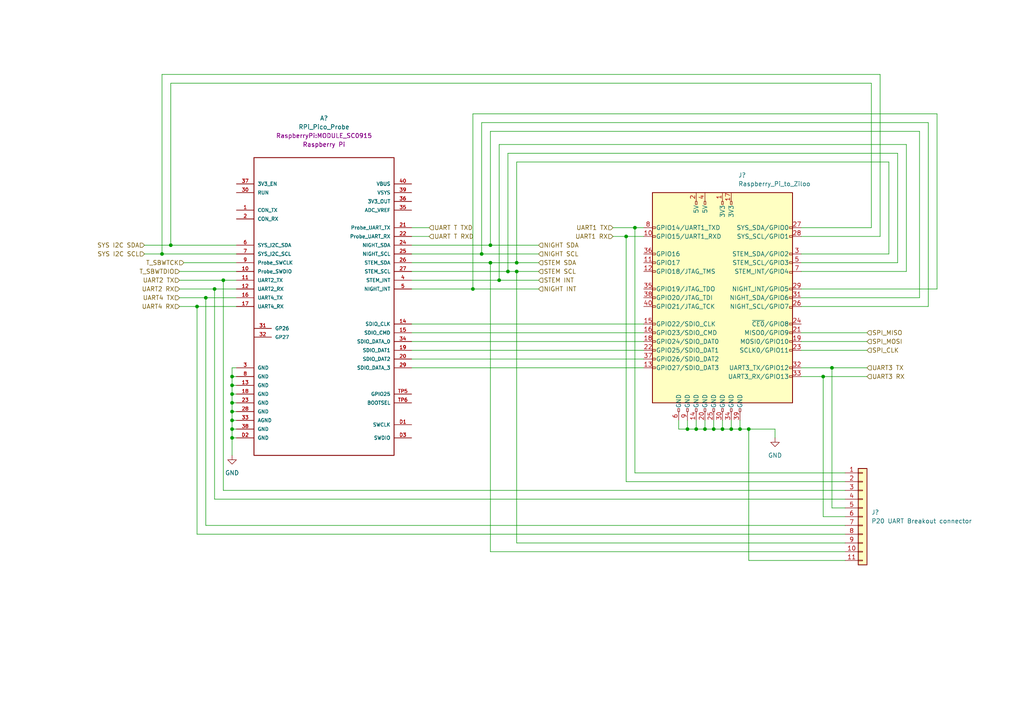
<source format=kicad_sch>
(kicad_sch (version 20211123) (generator eeschema)
  (paper "A4")
  (title_block (title "Programmer and Probe"))
  (lib_symbols
    (symbol "Connector:Raspberry_Pi_to_Ziloo" (pin_names (offset 1.016))
      (property "Reference" "J" (at -17.78 31.75 0))
      (property "Value" "Raspberry_Pi_to_Ziloo" (at 10.16 -31.75 0))
      (symbol "Raspberry_Pi_to_Ziloo_0_1"
        (rectangle (start -17.78 33.02) (end 22.86 -27.94) (stroke (width 0.254)) (fill (type background)))
      )
      (symbol "Raspberry_Pi_to_Ziloo_1_1"
        (rectangle (start -16.891 -17.526) (end -17.78 -18.034))
        (rectangle (start -16.891 -14.986) (end -17.78 -15.494))
        (rectangle (start -16.891 -12.446) (end -17.78 -12.954))
        (rectangle (start -16.891 -9.906) (end -17.78 -10.414))
        (rectangle (start -16.891 -7.366) (end -17.78 -7.874))
        (rectangle (start -16.891 -4.826) (end -17.78 -5.334))
        (rectangle (start -16.891 0.254) (end -17.78 -0.254))
        (rectangle (start -16.891 2.794) (end -17.78 2.286))
        (rectangle (start -16.891 5.334) (end -17.78 4.826))
        (rectangle (start -16.891 10.414) (end -17.78 9.906))
        (rectangle (start -16.891 12.954) (end -17.78 12.446))
        (rectangle (start -16.891 15.494) (end -17.78 14.986))
        (rectangle (start -16.891 20.574) (end -17.78 20.066))
        (rectangle (start -16.891 23.114) (end -17.78 22.606))
        (rectangle (start -10.414 -29.591) (end -9.906 -30.48))
        (rectangle (start -7.874 -29.591) (end -7.366 -30.48))
        (rectangle (start -5.334 -29.591) (end -4.826 -30.48))
        (rectangle (start -5.334 30.48) (end -4.826 29.591))
        (rectangle (start -2.794 -29.591) (end -2.286 -30.48))
        (rectangle (start -2.794 30.48) (end -2.286 29.591))
        (rectangle (start -0.254 -29.591) (end 0.254 -30.48))
        (rectangle (start 2.286 -29.591) (end 2.794 -30.48))
        (rectangle (start 2.286 30.48) (end 2.794 29.591))
        (rectangle (start 4.826 -29.591) (end 5.334 -30.48))
        (rectangle (start 4.826 30.48) (end 5.334 29.591))
        (rectangle (start 7.366 -29.591) (end 7.874 -30.48))
        (rectangle (start 22.86 -20.066) (end 21.971 -20.574))
        (rectangle (start 22.86 -17.526) (end 21.971 -18.034))
        (rectangle (start 22.86 -12.446) (end 21.971 -12.954))
        (rectangle (start 22.86 -9.906) (end 21.971 -10.414))
        (rectangle (start 22.86 -7.366) (end 21.971 -7.874))
        (rectangle (start 22.86 -4.826) (end 21.971 -5.334))
        (rectangle (start 22.86 0) (end 21.971 -0.508))
        (rectangle (start 22.86 2.794) (end 21.971 2.286))
        (rectangle (start 22.86 5.334) (end 21.971 4.826))
        (rectangle (start 22.86 10.16) (end 21.971 9.652))
        (rectangle (start 22.86 12.954) (end 21.971 12.446))
        (rectangle (start 22.86 15.494) (end 21.971 14.986))
        (rectangle (start 22.86 20.574) (end 21.971 20.066))
        (rectangle (start 22.86 23.114) (end 21.971 22.606))
        (pin power_in line (at 2.54 33.02 270) (length 2.54) (name "3V3") (number "1"))
        (pin bidirectional line (at -20.32 20.32 0) (length 2.54) (name "GPIO15/UART1_RXD") (number "10"))
        (pin bidirectional line (at -20.32 12.7 0) (length 2.54) (name "GPIO17") (number "11"))
        (pin bidirectional line (at -20.32 10.16 0) (length 2.54) (name "GPIO18/JTAG_TMS") (number "12"))
        (pin bidirectional line (at -20.32 -17.78 0) (length 2.54) (name "GPIO27/SDIO_DAT3") (number "13"))
        (pin power_in line (at -5.08 -33.02 90) (length 2.54) (name "GND") (number "14"))
        (pin bidirectional line (at -20.32 -5.08 0) (length 2.54) (name "GPIO22/SDIO_CLK") (number "15"))
        (pin bidirectional line (at -20.32 -7.62 0) (length 2.54) (name "GPIO23/SDIO_CMD") (number "16"))
        (pin power_in line (at 5.08 33.02 270) (length 2.54) (name "3V3") (number "17"))
        (pin bidirectional line (at -20.32 -10.16 0) (length 2.54) (name "GPIO24/SDIO_DAT0") (number "18"))
        (pin bidirectional line (at 25.4 -10.16 180) (length 2.54) (name "MOSI0/GPIO10") (number "19"))
        (pin power_in line (at -5.08 33.02 270) (length 2.54) (name "5V") (number "2"))
        (pin power_in line (at -2.54 -33.02 90) (length 2.54) (name "GND") (number "20"))
        (pin bidirectional line (at 25.4 -7.62 180) (length 2.54) (name "MISO0/GPIO9") (number "21"))
        (pin bidirectional line (at -20.32 -12.7 0) (length 2.54) (name "GPIO25/SDIO_DAT1") (number "22"))
        (pin bidirectional line (at 25.4 -12.7 180) (length 2.54) (name "SCLK0/GPIO11") (number "23"))
        (pin bidirectional line (at 25.4 -5.08 180) (length 2.54) (name "~{CE0}/GPIO8") (number "24"))
        (pin power_in line (at 0 -33.02 90) (length 2.54) (name "GND") (number "25"))
        (pin bidirectional line (at 25.4 0 180) (length 2.54) (name "NIGHT_SCL/GPIO7") (number "26"))
        (pin bidirectional line (at 25.4 22.86 180) (length 2.54) (name "SYS_SDA/GPIO0") (number "27"))
        (pin bidirectional line (at 25.4 20.32 180) (length 2.54) (name "SYS_SCL/GPIO1") (number "28"))
        (pin bidirectional line (at 25.4 5.08 180) (length 2.54) (name "NIGHT_INT/GPIO5") (number "29"))
        (pin bidirectional line (at 25.4 15.24 180) (length 2.54) (name "STEM_SDA/GPIO2") (number "3"))
        (pin power_in line (at 2.54 -33.02 90) (length 2.54) (name "GND") (number "30"))
        (pin bidirectional line (at 25.4 2.54 180) (length 2.54) (name "NIGHT_SDA/GPIO6") (number "31"))
        (pin bidirectional line (at 25.4 -17.78 180) (length 2.54) (name "UART3_TX/GPIO12") (number "32"))
        (pin bidirectional line (at 25.4 -20.32 180) (length 2.54) (name "UART3_RX/GPIO13") (number "33"))
        (pin power_in line (at 5.08 -33.02 90) (length 2.54) (name "GND") (number "34"))
        (pin bidirectional line (at -20.32 5.08 0) (length 2.54) (name "GPIO19/JTAG_TDO") (number "35"))
        (pin bidirectional line (at -20.32 15.24 0) (length 2.54) (name "GPIO16") (number "36"))
        (pin bidirectional line (at -20.32 -15.24 0) (length 2.54) (name "GPIO26/SDIO_DAT2") (number "37"))
        (pin bidirectional line (at -20.32 2.54 0) (length 2.54) (name "GPIO20/JTAG_TDI") (number "38"))
        (pin power_in line (at 7.62 -33.02 90) (length 2.54) (name "GND") (number "39"))
        (pin power_in line (at -2.54 33.02 270) (length 2.54) (name "5V") (number "4"))
        (pin bidirectional line (at -20.32 0 0) (length 2.54) (name "GPIO21/JTAG_TCK") (number "40"))
        (pin bidirectional line (at 25.4 12.7 180) (length 2.54) (name "STEM_SCL/GPIO3") (number "5"))
        (pin power_in line (at -10.16 -33.02 90) (length 2.54) (name "GND") (number "6"))
        (pin bidirectional line (at 25.4 10.16 180) (length 2.54) (name "STEM_INT/GPIO4") (number "7"))
        (pin bidirectional line (at -20.32 22.86 0) (length 2.54) (name "GPIO14/UART1_TXD") (number "8"))
        (pin power_in line (at -7.62 -33.02 90) (length 2.54) (name "GND") (number "9"))
      )
    )
    (symbol "Connector_Generic:Conn_01x11" (pin_names (offset 1.016) hide)
      (property "Reference" "J" (at 0 15.24 0))
      (property "Value" "Conn_01x11" (at 0 -15.24 0))
      (symbol "Conn_01x11_1_1"
        (rectangle (start -1.27 -12.573) (end 0 -12.827) (stroke (width 0.1524)))
        (rectangle (start -1.27 -10.033) (end 0 -10.287) (stroke (width 0.1524)))
        (rectangle (start -1.27 -7.493) (end 0 -7.747) (stroke (width 0.1524)))
        (rectangle (start -1.27 -4.953) (end 0 -5.207) (stroke (width 0.1524)))
        (rectangle (start -1.27 -2.413) (end 0 -2.667) (stroke (width 0.1524)))
        (rectangle (start -1.27 0.127) (end 0 -0.127) (stroke (width 0.1524)))
        (rectangle (start -1.27 2.667) (end 0 2.413) (stroke (width 0.1524)))
        (rectangle (start -1.27 5.207) (end 0 4.953) (stroke (width 0.1524)))
        (rectangle (start -1.27 7.747) (end 0 7.493) (stroke (width 0.1524)))
        (rectangle (start -1.27 10.287) (end 0 10.033) (stroke (width 0.1524)))
        (rectangle (start -1.27 12.827) (end 0 12.573) (stroke (width 0.1524)))
        (rectangle (start -1.27 13.97) (end 1.27 -13.97) (stroke (width 0.254)) (fill (type background)))
        (pin passive line (at -5.08 12.7 0) (length 3.81) (name "Pin_1") (number "1"))
        (pin passive line (at -5.08 -10.16 0) (length 3.81) (name "Pin_10") (number "10"))
        (pin passive line (at -5.08 -12.7 0) (length 3.81) (name "Pin_11") (number "11"))
        (pin passive line (at -5.08 10.16 0) (length 3.81) (name "Pin_2") (number "2"))
        (pin passive line (at -5.08 7.62 0) (length 3.81) (name "Pin_3") (number "3"))
        (pin passive line (at -5.08 5.08 0) (length 3.81) (name "Pin_4") (number "4"))
        (pin passive line (at -5.08 2.54 0) (length 3.81) (name "Pin_5") (number "5"))
        (pin passive line (at -5.08 0 0) (length 3.81) (name "Pin_6") (number "6"))
        (pin passive line (at -5.08 -2.54 0) (length 3.81) (name "Pin_7") (number "7"))
        (pin passive line (at -5.08 -5.08 0) (length 3.81) (name "Pin_8") (number "8"))
        (pin passive line (at -5.08 -7.62 0) (length 3.81) (name "Pin_9") (number "9"))
      )
    )
    (symbol "RPi Pico:RPi_Pico_Probe" (pin_names (offset 1.016))
      (property "Reference" "A1" (at 0 50.8 0))
      (property "Value" "RPi_Pico_Probe" (at 0 48.26 0))
      (property "Footprint" "RaspberryPi:MODULE_SC0915" (at -12.7 -46.99 0))
      (property "manufacturer" "Raspberry Pi" (at 0 45.72 0))
      (symbol "RPi_Pico_Probe_0_0"
        (rectangle (start -20.32 -44.45) (end 20.32 41.91) (stroke (width 0.254)))
        (pin bidirectional line (at -25.4 26.67 0) (length 5.08) (name "CON_TX") (number "1"))
        (pin bidirectional line (at -25.4 8.89 0) (length 5.08) (name "Probe_SWDIO") (number "10"))
        (pin bidirectional line (at -25.4 6.35 0) (length 5.08) (name "UART2_TX") (number "11"))
        (pin bidirectional line (at -25.4 3.81 0) (length 5.08) (name "UART2_RX") (number "12"))
        (pin power_in line (at -25.4 -24.13 0) (length 5.08) (name "GND") (number "13"))
        (pin bidirectional line (at 25.4 -6.35 180) (length 5.08) (name "SDIO_CLK") (number "14"))
        (pin bidirectional line (at 25.4 -8.89 180) (length 5.08) (name "SDIO_CMD") (number "15"))
        (pin bidirectional line (at -25.4 1.27 0) (length 5.08) (name "UART4_TX") (number "16"))
        (pin bidirectional line (at -25.4 -1.27 0) (length 5.08) (name "UART4_RX") (number "17"))
        (pin power_in line (at -25.4 -26.67 0) (length 5.08) (name "GND") (number "18"))
        (pin bidirectional line (at 25.4 -13.97 180) (length 5.08) (name "SDIO_DAT1") (number "19"))
        (pin bidirectional line (at -25.4 24.13 0) (length 5.08) (name "CON_RX") (number "2"))
        (pin bidirectional line (at 25.4 -16.51 180) (length 5.08) (name "SDIO_DAT2") (number "20"))
        (pin bidirectional line (at 25.4 21.59 180) (length 5.08) (name "Probe_UART_TX") (number "21"))
        (pin bidirectional line (at 25.4 19.05 180) (length 5.08) (name "Probe_UART_RX") (number "22"))
        (pin power_in line (at -25.4 -29.21 0) (length 5.08) (name "GND") (number "23"))
        (pin bidirectional line (at 25.4 16.51 180) (length 5.08) (name "NIGHT_SDA") (number "24"))
        (pin bidirectional line (at 25.4 13.97 180) (length 5.08) (name "NIGHT_SCL") (number "25"))
        (pin bidirectional line (at 25.4 11.43 180) (length 5.08) (name "STEM_SDA") (number "26"))
        (pin bidirectional line (at 25.4 8.89 180) (length 5.08) (name "STEM_SCL") (number "27"))
        (pin power_in line (at -25.4 -31.75 0) (length 5.08) (name "GND") (number "28"))
        (pin bidirectional line (at 25.4 -19.05 180) (length 5.08) (name "SDIO_DATA_3") (number "29"))
        (pin power_in line (at -25.4 -19.05 0) (length 5.08) (name "GND") (number "3"))
        (pin input line (at -25.4 31.75 0) (length 5.08) (name "RUN") (number "30"))
        (pin bidirectional line (at -20.32 -7.62 0) (length 5.08) (name "GP26") (number "31"))
        (pin bidirectional line (at -20.32 -10.16 0) (length 5.08) (name "GP27") (number "32"))
        (pin power_in line (at -25.4 -34.29 0) (length 5.08) (name "AGND") (number "33"))
        (pin bidirectional line (at 25.4 -11.43 180) (length 5.08) (name "SDIO_DATA_0") (number "34"))
        (pin power_in line (at 25.4 26.67 180) (length 5.08) (name "ADC_VREF") (number "35"))
        (pin power_in line (at 25.4 29.21 180) (length 5.08) (name "3V3_OUT") (number "36"))
        (pin input line (at -25.4 34.29 0) (length 5.08) (name "3V3_EN") (number "37"))
        (pin power_in line (at -25.4 -36.83 0) (length 5.08) (name "GND") (number "38"))
        (pin free line (at 25.4 31.75 180) (length 5.08) (name "VSYS") (number "39"))
        (pin bidirectional line (at 25.4 6.35 180) (length 5.08) (name "STEM_INT") (number "4"))
        (pin free line (at 25.4 34.29 180) (length 5.08) (name "VBUS") (number "40"))
        (pin bidirectional line (at 25.4 3.81 180) (length 5.08) (name "NIGHT_INT") (number "5"))
        (pin bidirectional line (at -25.4 16.51 0) (length 5.08) (name "SYS_I2C_SDA") (number "6"))
        (pin bidirectional line (at -25.4 13.97 0) (length 5.08) (name "SYS_I2C_SCL") (number "7"))
        (pin power_in line (at -25.4 -21.59 0) (length 5.08) (name "GND") (number "8"))
        (pin bidirectional line (at -25.4 11.43 0) (length 5.08) (name "Probe_SWCLK") (number "9"))
        (pin bidirectional line (at 25.4 -35.56 180) (length 5.08) (name "SWCLK") (number "D1"))
        (pin power_in line (at -25.4 -39.37 0) (length 5.08) (name "GND") (number "D2"))
        (pin bidirectional line (at 25.4 -39.37 180) (length 5.08) (name "SWDIO") (number "D3"))
        (pin bidirectional line (at 25.4 -26.67 180) (length 5.08) (name "GPIO25") (number "TP5"))
        (pin bidirectional line (at 25.4 -29.21 180) (length 5.08) (name "BOOTSEL") (number "TP6"))
      )
    )
    (symbol "power:GND" (power) (pin_names (offset 0))
      (property "Value" "GND" (at 0 -3.81 0))
      (symbol "GND_0_1"
        (polyline (pts (xy 0 0) (xy 0 -1.27) (xy 1.27 -1.27) (xy 0 -2.54) (xy -1.27 -1.27) (xy 0 -1.27)))
      )
      (symbol "GND_1_1"
        (pin power_in line (at 0 0 270) (length 0) hide (name "GND") (number "1"))
      )
    )
  )
  (junction (at 207.01 124.46))
  (junction (at 212.09 124.46))
  (junction (at 67.31 109.22))
  (junction (at 144.78 81.28))
  (junction (at 64.77 81.28))
  (junction (at 238.76 109.22))
  (junction (at 142.24 71.12))
  (junction (at 201.93 124.46))
  (junction (at 59.69 86.36))
  (junction (at 67.31 127))
  (junction (at 199.39 124.46))
  (junction (at 209.55 124.46))
  (junction (at 147.32 78.74))
  (junction (at 67.31 111.76))
  (junction (at 142.24 76.2))
  (junction (at 217.17 124.46))
  (junction (at 149.86 78.74))
  (junction (at 67.31 114.3))
  (junction (at 57.15 88.9))
  (junction (at 49.53 71.12))
  (junction (at 214.63 124.46))
  (junction (at 137.16 83.82))
  (junction (at 184.15 66.04))
  (junction (at 139.7 73.66))
  (junction (at 67.31 119.38))
  (junction (at 149.86 76.2))
  (junction (at 67.31 121.92))
  (junction (at 67.31 124.46))
  (junction (at 204.47 124.46))
  (junction (at 62.23 83.82))
  (junction (at 181.61 68.58))
  (junction (at 46.99 73.66))
  (junction (at 67.31 116.84))
  (junction (at 241.3 106.68))
  (wire (pts (xy 241.3 106.68) (xy 251.46 106.68)))
  (wire (pts (xy 64.77 81.28) (xy 68.58 81.28)))
  (wire (pts (xy 214.63 124.46) (xy 217.17 124.46)))
  (wire (pts (xy 232.41 101.6) (xy 251.46 101.6)))
  (wire (pts (xy 238.76 109.22) (xy 251.46 109.22)))
  (wire (pts (xy 232.41 109.22) (xy 238.76 109.22)))
  (wire (pts (xy 199.39 124.46) (xy 201.93 124.46)))
  (wire (pts (xy 119.38 104.14) (xy 186.69 104.14)))
  (wire (pts (xy 232.41 86.36) (xy 266.7 86.36)))
  (wire (pts (xy 217.17 162.56) (xy 217.17 124.46)))
  (wire (pts (xy 266.7 86.36) (xy 266.7 38.1)))
  (wire (pts (xy 204.47 121.92) (xy 204.47 124.46)))
  (wire (pts (xy 232.41 99.06) (xy 251.46 99.06)))
  (wire (pts (xy 181.61 139.7) (xy 181.61 68.58)))
  (wire (pts (xy 241.3 147.32) (xy 241.3 106.68)))
  (wire (pts (xy 217.17 124.46) (xy 224.79 124.46)))
  (wire (pts (xy 271.78 33.02) (xy 137.16 33.02)))
  (wire (pts (xy 177.8 68.58) (xy 181.61 68.58)))
  (wire (pts (xy 67.31 124.46) (xy 68.58 124.46)))
  (wire (pts (xy 245.11 154.94) (xy 57.15 154.94)))
  (wire (pts (xy 49.53 71.12) (xy 49.53 24.13)))
  (wire (pts (xy 67.31 109.22) (xy 67.31 111.76)))
  (wire (pts (xy 177.8 66.04) (xy 184.15 66.04)))
  (wire (pts (xy 137.16 83.82) (xy 156.21 83.82)))
  (wire (pts (xy 266.7 38.1) (xy 142.24 38.1)))
  (wire (pts (xy 62.23 144.78) (xy 62.23 83.82)))
  (wire (pts (xy 119.38 96.52) (xy 186.69 96.52)))
  (wire (pts (xy 119.38 66.04) (xy 124.46 66.04)))
  (wire (pts (xy 214.63 121.92) (xy 214.63 124.46)))
  (wire (pts (xy 269.24 88.9) (xy 269.24 35.56)))
  (wire (pts (xy 142.24 76.2) (xy 119.38 76.2)))
  (wire (pts (xy 245.11 147.32) (xy 241.3 147.32)))
  (wire (pts (xy 199.39 121.92) (xy 199.39 124.46)))
  (wire (pts (xy 57.15 154.94) (xy 57.15 88.9)))
  (wire (pts (xy 41.91 71.12) (xy 49.53 71.12)))
  (wire (pts (xy 147.32 78.74) (xy 149.86 78.74)))
  (wire (pts (xy 245.11 160.02) (xy 142.24 160.02)))
  (wire (pts (xy 271.78 83.82) (xy 271.78 33.02)))
  (wire (pts (xy 257.81 46.99) (xy 149.86 46.99)))
  (wire (pts (xy 67.31 111.76) (xy 67.31 114.3)))
  (wire (pts (xy 67.31 114.3) (xy 67.31 116.84)))
  (wire (pts (xy 184.15 66.04) (xy 186.69 66.04)))
  (wire (pts (xy 260.35 44.45) (xy 147.32 44.45)))
  (wire (pts (xy 68.58 71.12) (xy 49.53 71.12)))
  (wire (pts (xy 181.61 68.58) (xy 186.69 68.58)))
  (wire (pts (xy 52.07 78.74) (xy 68.58 78.74)))
  (wire (pts (xy 207.01 121.92) (xy 207.01 124.46)))
  (wire (pts (xy 67.31 127) (xy 67.31 132.08)))
  (wire (pts (xy 252.73 66.04) (xy 232.41 66.04)))
  (wire (pts (xy 196.85 124.46) (xy 199.39 124.46)))
  (wire (pts (xy 196.85 121.92) (xy 196.85 124.46)))
  (wire (pts (xy 139.7 73.66) (xy 156.21 73.66)))
  (wire (pts (xy 119.38 99.06) (xy 186.69 99.06)))
  (wire (pts (xy 201.93 124.46) (xy 204.47 124.46)))
  (wire (pts (xy 67.31 111.76) (xy 68.58 111.76)))
  (wire (pts (xy 49.53 24.13) (xy 252.73 24.13)))
  (wire (pts (xy 59.69 152.4) (xy 59.69 86.36)))
  (wire (pts (xy 260.35 76.2) (xy 260.35 44.45)))
  (wire (pts (xy 67.31 116.84) (xy 68.58 116.84)))
  (wire (pts (xy 252.73 24.13) (xy 252.73 66.04)))
  (wire (pts (xy 255.27 21.59) (xy 255.27 68.58)))
  (wire (pts (xy 245.11 142.24) (xy 64.77 142.24)))
  (wire (pts (xy 149.86 76.2) (xy 156.21 76.2)))
  (wire (pts (xy 209.55 121.92) (xy 209.55 124.46)))
  (wire (pts (xy 245.11 149.86) (xy 238.76 149.86)))
  (wire (pts (xy 67.31 121.92) (xy 67.31 124.46)))
  (wire (pts (xy 119.38 68.58) (xy 124.46 68.58)))
  (wire (pts (xy 68.58 106.68) (xy 67.31 106.68)))
  (wire (pts (xy 139.7 73.66) (xy 119.38 73.66)))
  (wire (pts (xy 67.31 106.68) (xy 67.31 109.22)))
  (wire (pts (xy 149.86 76.2) (xy 142.24 76.2)))
  (wire (pts (xy 64.77 142.24) (xy 64.77 81.28)))
  (wire (pts (xy 144.78 41.91) (xy 144.78 81.28)))
  (wire (pts (xy 232.41 88.9) (xy 269.24 88.9)))
  (wire (pts (xy 147.32 78.74) (xy 119.38 78.74)))
  (wire (pts (xy 245.11 144.78) (xy 62.23 144.78)))
  (wire (pts (xy 67.31 114.3) (xy 68.58 114.3)))
  (wire (pts (xy 137.16 83.82) (xy 119.38 83.82)))
  (wire (pts (xy 142.24 160.02) (xy 142.24 76.2)))
  (wire (pts (xy 245.11 137.16) (xy 184.15 137.16)))
  (wire (pts (xy 147.32 44.45) (xy 147.32 78.74)))
  (wire (pts (xy 139.7 35.56) (xy 139.7 73.66)))
  (wire (pts (xy 204.47 124.46) (xy 207.01 124.46)))
  (wire (pts (xy 67.31 124.46) (xy 67.31 127)))
  (wire (pts (xy 149.86 78.74) (xy 156.21 78.74)))
  (wire (pts (xy 119.38 101.6) (xy 186.69 101.6)))
  (wire (pts (xy 232.41 106.68) (xy 241.3 106.68)))
  (wire (pts (xy 67.31 109.22) (xy 68.58 109.22)))
  (wire (pts (xy 149.86 157.48) (xy 149.86 78.74)))
  (wire (pts (xy 62.23 83.82) (xy 68.58 83.82)))
  (wire (pts (xy 52.07 88.9) (xy 57.15 88.9)))
  (wire (pts (xy 245.11 157.48) (xy 149.86 157.48)))
  (wire (pts (xy 209.55 124.46) (xy 212.09 124.46)))
  (wire (pts (xy 137.16 33.02) (xy 137.16 83.82)))
  (wire (pts (xy 238.76 149.86) (xy 238.76 109.22)))
  (wire (pts (xy 262.89 78.74) (xy 262.89 41.91)))
  (wire (pts (xy 245.11 139.7) (xy 181.61 139.7)))
  (wire (pts (xy 232.41 76.2) (xy 260.35 76.2)))
  (wire (pts (xy 257.81 73.66) (xy 257.81 46.99)))
  (wire (pts (xy 46.99 73.66) (xy 46.99 21.59)))
  (wire (pts (xy 232.41 96.52) (xy 251.46 96.52)))
  (wire (pts (xy 119.38 106.68) (xy 186.69 106.68)))
  (wire (pts (xy 142.24 71.12) (xy 156.21 71.12)))
  (wire (pts (xy 149.86 46.99) (xy 149.86 76.2)))
  (wire (pts (xy 212.09 124.46) (xy 214.63 124.46)))
  (wire (pts (xy 67.31 119.38) (xy 68.58 119.38)))
  (wire (pts (xy 68.58 73.66) (xy 46.99 73.66)))
  (wire (pts (xy 57.15 88.9) (xy 68.58 88.9)))
  (wire (pts (xy 46.99 21.59) (xy 255.27 21.59)))
  (wire (pts (xy 255.27 68.58) (xy 232.41 68.58)))
  (wire (pts (xy 67.31 119.38) (xy 67.31 121.92)))
  (wire (pts (xy 207.01 124.46) (xy 209.55 124.46)))
  (wire (pts (xy 67.31 116.84) (xy 67.31 119.38)))
  (wire (pts (xy 59.69 86.36) (xy 68.58 86.36)))
  (wire (pts (xy 212.09 121.92) (xy 212.09 124.46)))
  (wire (pts (xy 53.34 76.2) (xy 68.58 76.2)))
  (wire (pts (xy 67.31 127) (xy 68.58 127)))
  (wire (pts (xy 232.41 73.66) (xy 257.81 73.66)))
  (wire (pts (xy 144.78 81.28) (xy 119.38 81.28)))
  (wire (pts (xy 262.89 41.91) (xy 144.78 41.91)))
  (wire (pts (xy 232.41 83.82) (xy 271.78 83.82)))
  (wire (pts (xy 52.07 86.36) (xy 59.69 86.36)))
  (wire (pts (xy 184.15 137.16) (xy 184.15 66.04)))
  (wire (pts (xy 201.93 121.92) (xy 201.93 124.46)))
  (wire (pts (xy 41.91 73.66) (xy 46.99 73.66)))
  (wire (pts (xy 245.11 152.4) (xy 59.69 152.4)))
  (wire (pts (xy 245.11 162.56) (xy 217.17 162.56)))
  (wire (pts (xy 67.31 121.92) (xy 68.58 121.92)))
  (wire (pts (xy 52.07 81.28) (xy 64.77 81.28)))
  (wire (pts (xy 232.41 78.74) (xy 262.89 78.74)))
  (wire (pts (xy 142.24 38.1) (xy 142.24 71.12)))
  (wire (pts (xy 224.79 124.46) (xy 224.79 127)))
  (wire (pts (xy 269.24 35.56) (xy 139.7 35.56)))
  (wire (pts (xy 119.38 93.98) (xy 186.69 93.98)))
  (wire (pts (xy 142.24 71.12) (xy 119.38 71.12)))
  (wire (pts (xy 144.78 81.28) (xy 156.21 81.28)))
  (wire (pts (xy 52.07 83.82) (xy 62.23 83.82)))
  (hierarchical_label "SPI_CLK" (shape input) (at 251.46 101.6 0))
  (hierarchical_label "UART3 TX" (shape input) (at 251.46 106.68 0))
  (hierarchical_label "NIGHT INT" (shape input) (at 156.21 83.82 0))
  (hierarchical_label "UART1 RX" (shape input) (at 177.8 68.58 180))
  (hierarchical_label "UART T TXD" (shape input) (at 124.46 66.04 0))
  (hierarchical_label "SYS I2C SDA" (shape input) (at 41.91 71.12 180))
  (hierarchical_label "UART1 TX" (shape input) (at 177.8 66.04 180))
  (hierarchical_label "SYS I2C SCL" (shape input) (at 41.91 73.66 180))
  (hierarchical_label "NIGHT SDA" (shape input) (at 156.21 71.12 0))
  (hierarchical_label "UART4 RX" (shape input) (at 52.07 88.9 180))
  (hierarchical_label "T_SBWTDIO" (shape input) (at 52.07 78.74 180))
  (hierarchical_label "UART2 TX" (shape input) (at 52.07 81.28 180))
  (hierarchical_label "STEM INT" (shape input) (at 156.21 81.28 0))
  (hierarchical_label "UART3 RX" (shape input) (at 251.46 109.22 0))
  (hierarchical_label "SPI_MISO" (shape input) (at 251.46 96.52 0))
  (hierarchical_label "SPI_MOSI" (shape input) (at 251.46 99.06 0))
  (hierarchical_label "STEM SDA" (shape input) (at 156.21 76.2 0))
  (hierarchical_label "UART2 RX" (shape input) (at 52.07 83.82 180))
  (hierarchical_label "UART T RXD" (shape input) (at 124.46 68.58 0))
  (hierarchical_label "T_SBWTCK" (shape input) (at 53.34 76.2 180))
  (hierarchical_label "UART4 TX" (shape input) (at 52.07 86.36 180))
  (hierarchical_label "STEM SCL" (shape input) (at 156.21 78.74 0))
  (hierarchical_label "NIGHT SCL" (shape input) (at 156.21 73.66 0))
  (symbol (lib_id "Connector:Raspberry_Pi_to_Ziloo") (at 207.01 88.9 0) (unit 1)
    (property "Reference" "J?" (at 214.1094 50.8 0) (effects (justify left)))
    (property "Value" "Raspberry_Pi_to_Ziloo" (at 214.1094 53.34 0) (effects (justify left)))
    (property "Datasheet" "https://www.raspberrypi.org/documentation/hardware/raspberrypi/schematics/rpi_SCH_3bplus_1p0_reduced.pdf" (effects hide))
  )
  (symbol (lib_id "power:GND") (at 224.79 127 0) (unit 1)
    (property "Reference" "#PWR?" (effects hide))
    (property "Value" "GND" (at 224.79 132.08 0))
  )
  (symbol (lib_id "Connector_Generic:Conn_01x11") (at 250.19 149.86 0) (unit 1)
    (property "Reference" "J?" (at 252.73 148.5899 0) (effects (justify left)))
    (property "Value" "P20 UART Breakout connector" (at 252.73 151.1299 0) (effects (justify left)))
  )
  (symbol (lib_id "power:GND") (at 67.31 132.08 0) (unit 1)
    (property "Reference" "#PWR?" (effects hide))
    (property "Value" "GND" (at 67.31 137.16 0))
  )
  (symbol (lib_id "RPi Pico:RPi_Pico_Probe") (at 93.98 87.63 0) (unit 1)
    (property "Reference" "A?" (at 93.98 34.29 0))
    (property "Value" "RPi_Pico_Probe" (at 93.98 36.83 0))
    (property "Footprint" "RaspberryPi:MODULE_SC0915" (at 93.98 39.37 0))
    (property "Datasheet" "https://datasheets.raspberrypi.com/pico/pico-datasheet.pdf" (effects hide))
    (property "manufacturer" "Raspberry Pi" (at 93.98 41.91 0))
    (property "P/N" "SC0915" (effects hide))
    (property "PARTREV" "1.6" (effects hide))
    (property "MAXIMUM_PACKAGE_HEIGHT" "3.73mm" (effects hide))
  )
)
</source>
